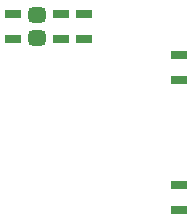
<source format=gbp>
%FSLAX33Y33*%
%MOMM*%
%AMRR-H1470000-W1285000-R300000-RO1.500*
21,1,0.685,1.47,0.,0.,90*
21,1,1.285,0.87,0.,0.,90*
1,1,0.6,-0.435,-0.3425*
1,1,0.6,-0.435,0.3425*
1,1,0.6,0.435,0.3425*
1,1,0.6,0.435,-0.3425*%
%AMRect-W670710-H1320710-RO0.500*
21,1,0.67071,1.32071,0.,0.,270*%
%AMRect-W670710-H1320710-RO1.500*
21,1,0.67071,1.32071,0.,0.,90*%
%ADD10RR-H1470000-W1285000-R300000-RO1.500*%
%ADD11Rect-W670710-H1320710-RO0.500*%
%ADD12Rect-W670710-H1320710-RO1.500*%
D10*
%LNbottom paste_traces*%
%LNbottom paste component da4715df17963b43*%
G01*
X5000Y20027D03*
X5000Y21973D03*
%LNbottom paste component a382895390425a59*%
D11*
X7000Y22050D03*
X7000Y19950D03*
%LNbottom paste component c67acca82e982272*%
D12*
X9000Y19950D03*
X9000Y22050D03*
%LNbottom paste component 37d77bcb1c3adade*%
D11*
X3000Y22050D03*
X3000Y19950D03*
%LNbottom paste component d124a8ff4e911a43*%
X17000Y7550D03*
X17000Y5450D03*
%LNbottom paste component 28ac0c2b65682105*%
X17000Y18550D03*
X17000Y16450D03*
M02*
</source>
